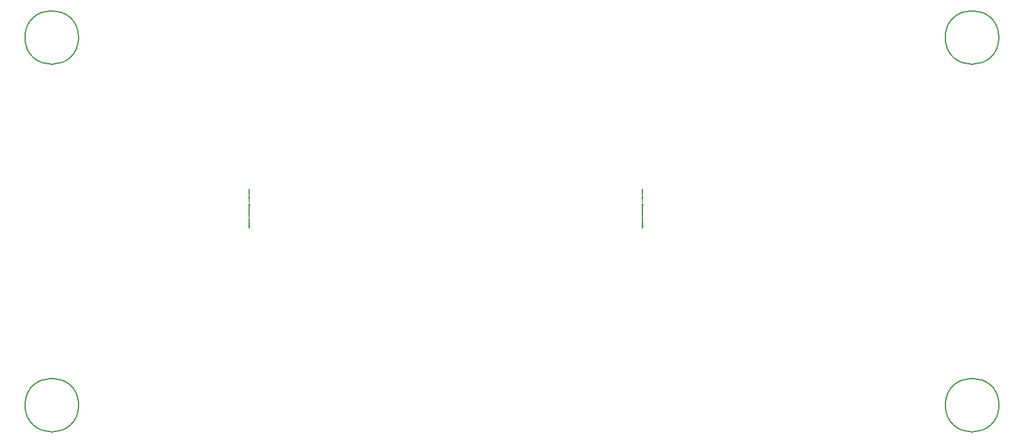
<source format=gbr>
G04 #@! TF.GenerationSoftware,KiCad,Pcbnew,(6.0.5)*
G04 #@! TF.CreationDate,2022-06-02T13:00:58-04:00*
G04 #@! TF.ProjectId,PB_16,50425f31-362e-46b6-9963-61645f706362,v5*
G04 #@! TF.SameCoordinates,Original*
G04 #@! TF.FileFunction,Other,Comment*
%FSLAX46Y46*%
G04 Gerber Fmt 4.6, Leading zero omitted, Abs format (unit mm)*
G04 Created by KiCad (PCBNEW (6.0.5)) date 2022-06-02 13:00:58*
%MOMM*%
%LPD*%
G01*
G04 APERTURE LIST*
%ADD10C,0.002000*%
%ADD11C,0.150000*%
G04 APERTURE END LIST*
D10*
X162607957Y-108334433D02*
X162614004Y-108340480D01*
X162620052Y-108358623D01*
X162620052Y-108370719D01*
X162614004Y-108388861D01*
X162601909Y-108400957D01*
X162589814Y-108407004D01*
X162565623Y-108413052D01*
X162547480Y-108413052D01*
X162523290Y-108407004D01*
X162511195Y-108400957D01*
X162499100Y-108388861D01*
X162493052Y-108370719D01*
X162493052Y-108358623D01*
X162499100Y-108340480D01*
X162505147Y-108334433D01*
X162620052Y-108261861D02*
X162614004Y-108273957D01*
X162607957Y-108280004D01*
X162595861Y-108286052D01*
X162559576Y-108286052D01*
X162547480Y-108280004D01*
X162541433Y-108273957D01*
X162535385Y-108261861D01*
X162535385Y-108243719D01*
X162541433Y-108231623D01*
X162547480Y-108225576D01*
X162559576Y-108219528D01*
X162595861Y-108219528D01*
X162607957Y-108225576D01*
X162614004Y-108231623D01*
X162620052Y-108243719D01*
X162620052Y-108261861D01*
X162535385Y-108165100D02*
X162662385Y-108165100D01*
X162541433Y-108165100D02*
X162535385Y-108153004D01*
X162535385Y-108128814D01*
X162541433Y-108116719D01*
X162547480Y-108110671D01*
X162559576Y-108104623D01*
X162595861Y-108104623D01*
X162607957Y-108110671D01*
X162614004Y-108116719D01*
X162620052Y-108128814D01*
X162620052Y-108153004D01*
X162614004Y-108165100D01*
X162535385Y-108062290D02*
X162620052Y-108032052D01*
X162535385Y-108001814D02*
X162620052Y-108032052D01*
X162650290Y-108044147D01*
X162656338Y-108050195D01*
X162662385Y-108062290D01*
X162620052Y-107953433D02*
X162535385Y-107953433D01*
X162559576Y-107953433D02*
X162547480Y-107947385D01*
X162541433Y-107941338D01*
X162535385Y-107929242D01*
X162535385Y-107917147D01*
X162620052Y-107874814D02*
X162535385Y-107874814D01*
X162493052Y-107874814D02*
X162499100Y-107880861D01*
X162505147Y-107874814D01*
X162499100Y-107868766D01*
X162493052Y-107874814D01*
X162505147Y-107874814D01*
X162535385Y-107759909D02*
X162638195Y-107759909D01*
X162650290Y-107765957D01*
X162656338Y-107772004D01*
X162662385Y-107784100D01*
X162662385Y-107802242D01*
X162656338Y-107814338D01*
X162614004Y-107759909D02*
X162620052Y-107772004D01*
X162620052Y-107796195D01*
X162614004Y-107808290D01*
X162607957Y-107814338D01*
X162595861Y-107820385D01*
X162559576Y-107820385D01*
X162547480Y-107814338D01*
X162541433Y-107808290D01*
X162535385Y-107796195D01*
X162535385Y-107772004D01*
X162541433Y-107759909D01*
X162620052Y-107699433D02*
X162493052Y-107699433D01*
X162620052Y-107645004D02*
X162553528Y-107645004D01*
X162541433Y-107651052D01*
X162535385Y-107663147D01*
X162535385Y-107681290D01*
X162541433Y-107693385D01*
X162547480Y-107699433D01*
X162535385Y-107602671D02*
X162535385Y-107554290D01*
X162493052Y-107584528D02*
X162601909Y-107584528D01*
X162614004Y-107578480D01*
X162620052Y-107566385D01*
X162620052Y-107554290D01*
X162505147Y-107421242D02*
X162499100Y-107415195D01*
X162493052Y-107403100D01*
X162493052Y-107372861D01*
X162499100Y-107360766D01*
X162505147Y-107354719D01*
X162517242Y-107348671D01*
X162529338Y-107348671D01*
X162547480Y-107354719D01*
X162620052Y-107427290D01*
X162620052Y-107348671D01*
X162493052Y-107270052D02*
X162493052Y-107257957D01*
X162499100Y-107245861D01*
X162505147Y-107239814D01*
X162517242Y-107233766D01*
X162541433Y-107227719D01*
X162571671Y-107227719D01*
X162595861Y-107233766D01*
X162607957Y-107239814D01*
X162614004Y-107245861D01*
X162620052Y-107257957D01*
X162620052Y-107270052D01*
X162614004Y-107282147D01*
X162607957Y-107288195D01*
X162595861Y-107294242D01*
X162571671Y-107300290D01*
X162541433Y-107300290D01*
X162517242Y-107294242D01*
X162505147Y-107288195D01*
X162499100Y-107282147D01*
X162493052Y-107270052D01*
X162620052Y-107106766D02*
X162620052Y-107179338D01*
X162620052Y-107143052D02*
X162493052Y-107143052D01*
X162511195Y-107155147D01*
X162523290Y-107167242D01*
X162529338Y-107179338D01*
X162493052Y-106997909D02*
X162493052Y-107022100D01*
X162499100Y-107034195D01*
X162505147Y-107040242D01*
X162523290Y-107052338D01*
X162547480Y-107058385D01*
X162595861Y-107058385D01*
X162607957Y-107052338D01*
X162614004Y-107046290D01*
X162620052Y-107034195D01*
X162620052Y-107010004D01*
X162614004Y-106997909D01*
X162607957Y-106991861D01*
X162595861Y-106985814D01*
X162565623Y-106985814D01*
X162553528Y-106991861D01*
X162547480Y-106997909D01*
X162541433Y-107010004D01*
X162541433Y-107034195D01*
X162547480Y-107046290D01*
X162553528Y-107052338D01*
X162565623Y-107058385D01*
X162583766Y-106840671D02*
X162583766Y-106780195D01*
X162620052Y-106852766D02*
X162493052Y-106810433D01*
X162620052Y-106768100D01*
X162614004Y-106671338D02*
X162620052Y-106683433D01*
X162620052Y-106707623D01*
X162614004Y-106719719D01*
X162607957Y-106725766D01*
X162595861Y-106731814D01*
X162559576Y-106731814D01*
X162547480Y-106725766D01*
X162541433Y-106719719D01*
X162535385Y-106707623D01*
X162535385Y-106683433D01*
X162541433Y-106671338D01*
X162614004Y-106562480D02*
X162620052Y-106574576D01*
X162620052Y-106598766D01*
X162614004Y-106610861D01*
X162607957Y-106616909D01*
X162595861Y-106622957D01*
X162559576Y-106622957D01*
X162547480Y-106616909D01*
X162541433Y-106610861D01*
X162535385Y-106598766D01*
X162535385Y-106574576D01*
X162541433Y-106562480D01*
X162614004Y-106459671D02*
X162620052Y-106471766D01*
X162620052Y-106495957D01*
X162614004Y-106508052D01*
X162601909Y-106514100D01*
X162553528Y-106514100D01*
X162541433Y-106508052D01*
X162535385Y-106495957D01*
X162535385Y-106471766D01*
X162541433Y-106459671D01*
X162553528Y-106453623D01*
X162565623Y-106453623D01*
X162577719Y-106514100D01*
X162620052Y-106381052D02*
X162614004Y-106393147D01*
X162601909Y-106399195D01*
X162493052Y-106399195D01*
X162614004Y-106284290D02*
X162620052Y-106296385D01*
X162620052Y-106320576D01*
X162614004Y-106332671D01*
X162601909Y-106338719D01*
X162553528Y-106338719D01*
X162541433Y-106332671D01*
X162535385Y-106320576D01*
X162535385Y-106296385D01*
X162541433Y-106284290D01*
X162553528Y-106278242D01*
X162565623Y-106278242D01*
X162577719Y-106338719D01*
X162620052Y-106223814D02*
X162535385Y-106223814D01*
X162559576Y-106223814D02*
X162547480Y-106217766D01*
X162541433Y-106211719D01*
X162535385Y-106199623D01*
X162535385Y-106187528D01*
X162620052Y-106090766D02*
X162553528Y-106090766D01*
X162541433Y-106096814D01*
X162535385Y-106108909D01*
X162535385Y-106133100D01*
X162541433Y-106145195D01*
X162614004Y-106090766D02*
X162620052Y-106102861D01*
X162620052Y-106133100D01*
X162614004Y-106145195D01*
X162601909Y-106151242D01*
X162589814Y-106151242D01*
X162577719Y-106145195D01*
X162571671Y-106133100D01*
X162571671Y-106102861D01*
X162565623Y-106090766D01*
X162535385Y-106048433D02*
X162535385Y-106000052D01*
X162493052Y-106030290D02*
X162601909Y-106030290D01*
X162614004Y-106024242D01*
X162620052Y-106012147D01*
X162620052Y-106000052D01*
X162614004Y-105909338D02*
X162620052Y-105921433D01*
X162620052Y-105945623D01*
X162614004Y-105957719D01*
X162601909Y-105963766D01*
X162553528Y-105963766D01*
X162541433Y-105957719D01*
X162535385Y-105945623D01*
X162535385Y-105921433D01*
X162541433Y-105909338D01*
X162553528Y-105903290D01*
X162565623Y-105903290D01*
X162577719Y-105963766D01*
X162620052Y-105794433D02*
X162493052Y-105794433D01*
X162614004Y-105794433D02*
X162620052Y-105806528D01*
X162620052Y-105830719D01*
X162614004Y-105842814D01*
X162607957Y-105848861D01*
X162595861Y-105854909D01*
X162559576Y-105854909D01*
X162547480Y-105848861D01*
X162541433Y-105842814D01*
X162535385Y-105830719D01*
X162535385Y-105806528D01*
X162541433Y-105794433D01*
X162620052Y-105637195D02*
X162493052Y-105637195D01*
X162493052Y-105606957D01*
X162499100Y-105588814D01*
X162511195Y-105576719D01*
X162523290Y-105570671D01*
X162547480Y-105564623D01*
X162565623Y-105564623D01*
X162589814Y-105570671D01*
X162601909Y-105576719D01*
X162614004Y-105588814D01*
X162620052Y-105606957D01*
X162620052Y-105637195D01*
X162614004Y-105461814D02*
X162620052Y-105473909D01*
X162620052Y-105498100D01*
X162614004Y-105510195D01*
X162601909Y-105516242D01*
X162553528Y-105516242D01*
X162541433Y-105510195D01*
X162535385Y-105498100D01*
X162535385Y-105473909D01*
X162541433Y-105461814D01*
X162553528Y-105455766D01*
X162565623Y-105455766D01*
X162577719Y-105516242D01*
X162614004Y-105407385D02*
X162620052Y-105395290D01*
X162620052Y-105371100D01*
X162614004Y-105359004D01*
X162601909Y-105352957D01*
X162595861Y-105352957D01*
X162583766Y-105359004D01*
X162577719Y-105371100D01*
X162577719Y-105389242D01*
X162571671Y-105401338D01*
X162559576Y-105407385D01*
X162553528Y-105407385D01*
X162541433Y-105401338D01*
X162535385Y-105389242D01*
X162535385Y-105371100D01*
X162541433Y-105359004D01*
X162620052Y-105298528D02*
X162535385Y-105298528D01*
X162493052Y-105298528D02*
X162499100Y-105304576D01*
X162505147Y-105298528D01*
X162499100Y-105292480D01*
X162493052Y-105298528D01*
X162505147Y-105298528D01*
X162535385Y-105183623D02*
X162638195Y-105183623D01*
X162650290Y-105189671D01*
X162656338Y-105195719D01*
X162662385Y-105207814D01*
X162662385Y-105225957D01*
X162656338Y-105238052D01*
X162614004Y-105183623D02*
X162620052Y-105195719D01*
X162620052Y-105219909D01*
X162614004Y-105232004D01*
X162607957Y-105238052D01*
X162595861Y-105244100D01*
X162559576Y-105244100D01*
X162547480Y-105238052D01*
X162541433Y-105232004D01*
X162535385Y-105219909D01*
X162535385Y-105195719D01*
X162541433Y-105183623D01*
X162535385Y-105123147D02*
X162620052Y-105123147D01*
X162547480Y-105123147D02*
X162541433Y-105117100D01*
X162535385Y-105105004D01*
X162535385Y-105086861D01*
X162541433Y-105074766D01*
X162553528Y-105068719D01*
X162620052Y-105068719D01*
X162614004Y-105014290D02*
X162620052Y-105002195D01*
X162620052Y-104978004D01*
X162614004Y-104965909D01*
X162601909Y-104959861D01*
X162595861Y-104959861D01*
X162583766Y-104965909D01*
X162577719Y-104978004D01*
X162577719Y-104996147D01*
X162571671Y-105008242D01*
X162559576Y-105014290D01*
X162553528Y-105014290D01*
X162541433Y-105008242D01*
X162535385Y-104996147D01*
X162535385Y-104978004D01*
X162541433Y-104965909D01*
X162607957Y-104905433D02*
X162614004Y-104899385D01*
X162620052Y-104905433D01*
X162614004Y-104911480D01*
X162607957Y-104905433D01*
X162620052Y-104905433D01*
X162583766Y-104754242D02*
X162583766Y-104693766D01*
X162620052Y-104766338D02*
X162493052Y-104724004D01*
X162620052Y-104681671D01*
X162620052Y-104621195D02*
X162614004Y-104633290D01*
X162601909Y-104639338D01*
X162493052Y-104639338D01*
X162620052Y-104554671D02*
X162614004Y-104566766D01*
X162601909Y-104572814D01*
X162493052Y-104572814D01*
X162620052Y-104409528D02*
X162535385Y-104409528D01*
X162559576Y-104409528D02*
X162547480Y-104403480D01*
X162541433Y-104397433D01*
X162535385Y-104385338D01*
X162535385Y-104373242D01*
X162620052Y-104330909D02*
X162535385Y-104330909D01*
X162493052Y-104330909D02*
X162499100Y-104336957D01*
X162505147Y-104330909D01*
X162499100Y-104324861D01*
X162493052Y-104330909D01*
X162505147Y-104330909D01*
X162535385Y-104216004D02*
X162638195Y-104216004D01*
X162650290Y-104222052D01*
X162656338Y-104228100D01*
X162662385Y-104240195D01*
X162662385Y-104258338D01*
X162656338Y-104270433D01*
X162614004Y-104216004D02*
X162620052Y-104228100D01*
X162620052Y-104252290D01*
X162614004Y-104264385D01*
X162607957Y-104270433D01*
X162595861Y-104276480D01*
X162559576Y-104276480D01*
X162547480Y-104270433D01*
X162541433Y-104264385D01*
X162535385Y-104252290D01*
X162535385Y-104228100D01*
X162541433Y-104216004D01*
X162620052Y-104155528D02*
X162493052Y-104155528D01*
X162620052Y-104101100D02*
X162553528Y-104101100D01*
X162541433Y-104107147D01*
X162535385Y-104119242D01*
X162535385Y-104137385D01*
X162541433Y-104149480D01*
X162547480Y-104155528D01*
X162535385Y-104058766D02*
X162535385Y-104010385D01*
X162493052Y-104040623D02*
X162601909Y-104040623D01*
X162614004Y-104034576D01*
X162620052Y-104022480D01*
X162620052Y-104010385D01*
X162614004Y-103974100D02*
X162620052Y-103962004D01*
X162620052Y-103937814D01*
X162614004Y-103925719D01*
X162601909Y-103919671D01*
X162595861Y-103919671D01*
X162583766Y-103925719D01*
X162577719Y-103937814D01*
X162577719Y-103955957D01*
X162571671Y-103968052D01*
X162559576Y-103974100D01*
X162553528Y-103974100D01*
X162541433Y-103968052D01*
X162535385Y-103955957D01*
X162535385Y-103937814D01*
X162541433Y-103925719D01*
X162620052Y-103768480D02*
X162535385Y-103768480D01*
X162559576Y-103768480D02*
X162547480Y-103762433D01*
X162541433Y-103756385D01*
X162535385Y-103744290D01*
X162535385Y-103732195D01*
X162614004Y-103641480D02*
X162620052Y-103653576D01*
X162620052Y-103677766D01*
X162614004Y-103689861D01*
X162601909Y-103695909D01*
X162553528Y-103695909D01*
X162541433Y-103689861D01*
X162535385Y-103677766D01*
X162535385Y-103653576D01*
X162541433Y-103641480D01*
X162553528Y-103635433D01*
X162565623Y-103635433D01*
X162577719Y-103695909D01*
X162614004Y-103587052D02*
X162620052Y-103574957D01*
X162620052Y-103550766D01*
X162614004Y-103538671D01*
X162601909Y-103532623D01*
X162595861Y-103532623D01*
X162583766Y-103538671D01*
X162577719Y-103550766D01*
X162577719Y-103568909D01*
X162571671Y-103581004D01*
X162559576Y-103587052D01*
X162553528Y-103587052D01*
X162541433Y-103581004D01*
X162535385Y-103568909D01*
X162535385Y-103550766D01*
X162541433Y-103538671D01*
X162614004Y-103429814D02*
X162620052Y-103441909D01*
X162620052Y-103466100D01*
X162614004Y-103478195D01*
X162601909Y-103484242D01*
X162553528Y-103484242D01*
X162541433Y-103478195D01*
X162535385Y-103466100D01*
X162535385Y-103441909D01*
X162541433Y-103429814D01*
X162553528Y-103423766D01*
X162565623Y-103423766D01*
X162577719Y-103484242D01*
X162620052Y-103369338D02*
X162535385Y-103369338D01*
X162559576Y-103369338D02*
X162547480Y-103363290D01*
X162541433Y-103357242D01*
X162535385Y-103345147D01*
X162535385Y-103333052D01*
X162535385Y-103302814D02*
X162620052Y-103272576D01*
X162535385Y-103242338D01*
X162614004Y-103145576D02*
X162620052Y-103157671D01*
X162620052Y-103181861D01*
X162614004Y-103193957D01*
X162601909Y-103200004D01*
X162553528Y-103200004D01*
X162541433Y-103193957D01*
X162535385Y-103181861D01*
X162535385Y-103157671D01*
X162541433Y-103145576D01*
X162553528Y-103139528D01*
X162565623Y-103139528D01*
X162577719Y-103200004D01*
X162620052Y-103030671D02*
X162493052Y-103030671D01*
X162614004Y-103030671D02*
X162620052Y-103042766D01*
X162620052Y-103066957D01*
X162614004Y-103079052D01*
X162607957Y-103085100D01*
X162595861Y-103091147D01*
X162559576Y-103091147D01*
X162547480Y-103085100D01*
X162541433Y-103079052D01*
X162535385Y-103066957D01*
X162535385Y-103042766D01*
X162541433Y-103030671D01*
X162607957Y-102970195D02*
X162614004Y-102964147D01*
X162620052Y-102970195D01*
X162614004Y-102976242D01*
X162607957Y-102970195D01*
X162620052Y-102970195D01*
X108357957Y-108334433D02*
X108364004Y-108340480D01*
X108370052Y-108358623D01*
X108370052Y-108370719D01*
X108364004Y-108388861D01*
X108351909Y-108400957D01*
X108339814Y-108407004D01*
X108315623Y-108413052D01*
X108297480Y-108413052D01*
X108273290Y-108407004D01*
X108261195Y-108400957D01*
X108249100Y-108388861D01*
X108243052Y-108370719D01*
X108243052Y-108358623D01*
X108249100Y-108340480D01*
X108255147Y-108334433D01*
X108370052Y-108261861D02*
X108364004Y-108273957D01*
X108357957Y-108280004D01*
X108345861Y-108286052D01*
X108309576Y-108286052D01*
X108297480Y-108280004D01*
X108291433Y-108273957D01*
X108285385Y-108261861D01*
X108285385Y-108243719D01*
X108291433Y-108231623D01*
X108297480Y-108225576D01*
X108309576Y-108219528D01*
X108345861Y-108219528D01*
X108357957Y-108225576D01*
X108364004Y-108231623D01*
X108370052Y-108243719D01*
X108370052Y-108261861D01*
X108285385Y-108165100D02*
X108412385Y-108165100D01*
X108291433Y-108165100D02*
X108285385Y-108153004D01*
X108285385Y-108128814D01*
X108291433Y-108116719D01*
X108297480Y-108110671D01*
X108309576Y-108104623D01*
X108345861Y-108104623D01*
X108357957Y-108110671D01*
X108364004Y-108116719D01*
X108370052Y-108128814D01*
X108370052Y-108153004D01*
X108364004Y-108165100D01*
X108285385Y-108062290D02*
X108370052Y-108032052D01*
X108285385Y-108001814D02*
X108370052Y-108032052D01*
X108400290Y-108044147D01*
X108406338Y-108050195D01*
X108412385Y-108062290D01*
X108370052Y-107953433D02*
X108285385Y-107953433D01*
X108309576Y-107953433D02*
X108297480Y-107947385D01*
X108291433Y-107941338D01*
X108285385Y-107929242D01*
X108285385Y-107917147D01*
X108370052Y-107874814D02*
X108285385Y-107874814D01*
X108243052Y-107874814D02*
X108249100Y-107880861D01*
X108255147Y-107874814D01*
X108249100Y-107868766D01*
X108243052Y-107874814D01*
X108255147Y-107874814D01*
X108285385Y-107759909D02*
X108388195Y-107759909D01*
X108400290Y-107765957D01*
X108406338Y-107772004D01*
X108412385Y-107784100D01*
X108412385Y-107802242D01*
X108406338Y-107814338D01*
X108364004Y-107759909D02*
X108370052Y-107772004D01*
X108370052Y-107796195D01*
X108364004Y-107808290D01*
X108357957Y-107814338D01*
X108345861Y-107820385D01*
X108309576Y-107820385D01*
X108297480Y-107814338D01*
X108291433Y-107808290D01*
X108285385Y-107796195D01*
X108285385Y-107772004D01*
X108291433Y-107759909D01*
X108370052Y-107699433D02*
X108243052Y-107699433D01*
X108370052Y-107645004D02*
X108303528Y-107645004D01*
X108291433Y-107651052D01*
X108285385Y-107663147D01*
X108285385Y-107681290D01*
X108291433Y-107693385D01*
X108297480Y-107699433D01*
X108285385Y-107602671D02*
X108285385Y-107554290D01*
X108243052Y-107584528D02*
X108351909Y-107584528D01*
X108364004Y-107578480D01*
X108370052Y-107566385D01*
X108370052Y-107554290D01*
X108255147Y-107421242D02*
X108249100Y-107415195D01*
X108243052Y-107403100D01*
X108243052Y-107372861D01*
X108249100Y-107360766D01*
X108255147Y-107354719D01*
X108267242Y-107348671D01*
X108279338Y-107348671D01*
X108297480Y-107354719D01*
X108370052Y-107427290D01*
X108370052Y-107348671D01*
X108243052Y-107270052D02*
X108243052Y-107257957D01*
X108249100Y-107245861D01*
X108255147Y-107239814D01*
X108267242Y-107233766D01*
X108291433Y-107227719D01*
X108321671Y-107227719D01*
X108345861Y-107233766D01*
X108357957Y-107239814D01*
X108364004Y-107245861D01*
X108370052Y-107257957D01*
X108370052Y-107270052D01*
X108364004Y-107282147D01*
X108357957Y-107288195D01*
X108345861Y-107294242D01*
X108321671Y-107300290D01*
X108291433Y-107300290D01*
X108267242Y-107294242D01*
X108255147Y-107288195D01*
X108249100Y-107282147D01*
X108243052Y-107270052D01*
X108370052Y-107106766D02*
X108370052Y-107179338D01*
X108370052Y-107143052D02*
X108243052Y-107143052D01*
X108261195Y-107155147D01*
X108273290Y-107167242D01*
X108279338Y-107179338D01*
X108243052Y-106997909D02*
X108243052Y-107022100D01*
X108249100Y-107034195D01*
X108255147Y-107040242D01*
X108273290Y-107052338D01*
X108297480Y-107058385D01*
X108345861Y-107058385D01*
X108357957Y-107052338D01*
X108364004Y-107046290D01*
X108370052Y-107034195D01*
X108370052Y-107010004D01*
X108364004Y-106997909D01*
X108357957Y-106991861D01*
X108345861Y-106985814D01*
X108315623Y-106985814D01*
X108303528Y-106991861D01*
X108297480Y-106997909D01*
X108291433Y-107010004D01*
X108291433Y-107034195D01*
X108297480Y-107046290D01*
X108303528Y-107052338D01*
X108315623Y-107058385D01*
X108333766Y-106840671D02*
X108333766Y-106780195D01*
X108370052Y-106852766D02*
X108243052Y-106810433D01*
X108370052Y-106768100D01*
X108364004Y-106671338D02*
X108370052Y-106683433D01*
X108370052Y-106707623D01*
X108364004Y-106719719D01*
X108357957Y-106725766D01*
X108345861Y-106731814D01*
X108309576Y-106731814D01*
X108297480Y-106725766D01*
X108291433Y-106719719D01*
X108285385Y-106707623D01*
X108285385Y-106683433D01*
X108291433Y-106671338D01*
X108364004Y-106562480D02*
X108370052Y-106574576D01*
X108370052Y-106598766D01*
X108364004Y-106610861D01*
X108357957Y-106616909D01*
X108345861Y-106622957D01*
X108309576Y-106622957D01*
X108297480Y-106616909D01*
X108291433Y-106610861D01*
X108285385Y-106598766D01*
X108285385Y-106574576D01*
X108291433Y-106562480D01*
X108364004Y-106459671D02*
X108370052Y-106471766D01*
X108370052Y-106495957D01*
X108364004Y-106508052D01*
X108351909Y-106514100D01*
X108303528Y-106514100D01*
X108291433Y-106508052D01*
X108285385Y-106495957D01*
X108285385Y-106471766D01*
X108291433Y-106459671D01*
X108303528Y-106453623D01*
X108315623Y-106453623D01*
X108327719Y-106514100D01*
X108370052Y-106381052D02*
X108364004Y-106393147D01*
X108351909Y-106399195D01*
X108243052Y-106399195D01*
X108364004Y-106284290D02*
X108370052Y-106296385D01*
X108370052Y-106320576D01*
X108364004Y-106332671D01*
X108351909Y-106338719D01*
X108303528Y-106338719D01*
X108291433Y-106332671D01*
X108285385Y-106320576D01*
X108285385Y-106296385D01*
X108291433Y-106284290D01*
X108303528Y-106278242D01*
X108315623Y-106278242D01*
X108327719Y-106338719D01*
X108370052Y-106223814D02*
X108285385Y-106223814D01*
X108309576Y-106223814D02*
X108297480Y-106217766D01*
X108291433Y-106211719D01*
X108285385Y-106199623D01*
X108285385Y-106187528D01*
X108370052Y-106090766D02*
X108303528Y-106090766D01*
X108291433Y-106096814D01*
X108285385Y-106108909D01*
X108285385Y-106133100D01*
X108291433Y-106145195D01*
X108364004Y-106090766D02*
X108370052Y-106102861D01*
X108370052Y-106133100D01*
X108364004Y-106145195D01*
X108351909Y-106151242D01*
X108339814Y-106151242D01*
X108327719Y-106145195D01*
X108321671Y-106133100D01*
X108321671Y-106102861D01*
X108315623Y-106090766D01*
X108285385Y-106048433D02*
X108285385Y-106000052D01*
X108243052Y-106030290D02*
X108351909Y-106030290D01*
X108364004Y-106024242D01*
X108370052Y-106012147D01*
X108370052Y-106000052D01*
X108364004Y-105909338D02*
X108370052Y-105921433D01*
X108370052Y-105945623D01*
X108364004Y-105957719D01*
X108351909Y-105963766D01*
X108303528Y-105963766D01*
X108291433Y-105957719D01*
X108285385Y-105945623D01*
X108285385Y-105921433D01*
X108291433Y-105909338D01*
X108303528Y-105903290D01*
X108315623Y-105903290D01*
X108327719Y-105963766D01*
X108370052Y-105794433D02*
X108243052Y-105794433D01*
X108364004Y-105794433D02*
X108370052Y-105806528D01*
X108370052Y-105830719D01*
X108364004Y-105842814D01*
X108357957Y-105848861D01*
X108345861Y-105854909D01*
X108309576Y-105854909D01*
X108297480Y-105848861D01*
X108291433Y-105842814D01*
X108285385Y-105830719D01*
X108285385Y-105806528D01*
X108291433Y-105794433D01*
X108370052Y-105637195D02*
X108243052Y-105637195D01*
X108243052Y-105606957D01*
X108249100Y-105588814D01*
X108261195Y-105576719D01*
X108273290Y-105570671D01*
X108297480Y-105564623D01*
X108315623Y-105564623D01*
X108339814Y-105570671D01*
X108351909Y-105576719D01*
X108364004Y-105588814D01*
X108370052Y-105606957D01*
X108370052Y-105637195D01*
X108364004Y-105461814D02*
X108370052Y-105473909D01*
X108370052Y-105498100D01*
X108364004Y-105510195D01*
X108351909Y-105516242D01*
X108303528Y-105516242D01*
X108291433Y-105510195D01*
X108285385Y-105498100D01*
X108285385Y-105473909D01*
X108291433Y-105461814D01*
X108303528Y-105455766D01*
X108315623Y-105455766D01*
X108327719Y-105516242D01*
X108364004Y-105407385D02*
X108370052Y-105395290D01*
X108370052Y-105371100D01*
X108364004Y-105359004D01*
X108351909Y-105352957D01*
X108345861Y-105352957D01*
X108333766Y-105359004D01*
X108327719Y-105371100D01*
X108327719Y-105389242D01*
X108321671Y-105401338D01*
X108309576Y-105407385D01*
X108303528Y-105407385D01*
X108291433Y-105401338D01*
X108285385Y-105389242D01*
X108285385Y-105371100D01*
X108291433Y-105359004D01*
X108370052Y-105298528D02*
X108285385Y-105298528D01*
X108243052Y-105298528D02*
X108249100Y-105304576D01*
X108255147Y-105298528D01*
X108249100Y-105292480D01*
X108243052Y-105298528D01*
X108255147Y-105298528D01*
X108285385Y-105183623D02*
X108388195Y-105183623D01*
X108400290Y-105189671D01*
X108406338Y-105195719D01*
X108412385Y-105207814D01*
X108412385Y-105225957D01*
X108406338Y-105238052D01*
X108364004Y-105183623D02*
X108370052Y-105195719D01*
X108370052Y-105219909D01*
X108364004Y-105232004D01*
X108357957Y-105238052D01*
X108345861Y-105244100D01*
X108309576Y-105244100D01*
X108297480Y-105238052D01*
X108291433Y-105232004D01*
X108285385Y-105219909D01*
X108285385Y-105195719D01*
X108291433Y-105183623D01*
X108285385Y-105123147D02*
X108370052Y-105123147D01*
X108297480Y-105123147D02*
X108291433Y-105117100D01*
X108285385Y-105105004D01*
X108285385Y-105086861D01*
X108291433Y-105074766D01*
X108303528Y-105068719D01*
X108370052Y-105068719D01*
X108364004Y-105014290D02*
X108370052Y-105002195D01*
X108370052Y-104978004D01*
X108364004Y-104965909D01*
X108351909Y-104959861D01*
X108345861Y-104959861D01*
X108333766Y-104965909D01*
X108327719Y-104978004D01*
X108327719Y-104996147D01*
X108321671Y-105008242D01*
X108309576Y-105014290D01*
X108303528Y-105014290D01*
X108291433Y-105008242D01*
X108285385Y-104996147D01*
X108285385Y-104978004D01*
X108291433Y-104965909D01*
X108357957Y-104905433D02*
X108364004Y-104899385D01*
X108370052Y-104905433D01*
X108364004Y-104911480D01*
X108357957Y-104905433D01*
X108370052Y-104905433D01*
X108333766Y-104754242D02*
X108333766Y-104693766D01*
X108370052Y-104766338D02*
X108243052Y-104724004D01*
X108370052Y-104681671D01*
X108370052Y-104621195D02*
X108364004Y-104633290D01*
X108351909Y-104639338D01*
X108243052Y-104639338D01*
X108370052Y-104554671D02*
X108364004Y-104566766D01*
X108351909Y-104572814D01*
X108243052Y-104572814D01*
X108370052Y-104409528D02*
X108285385Y-104409528D01*
X108309576Y-104409528D02*
X108297480Y-104403480D01*
X108291433Y-104397433D01*
X108285385Y-104385338D01*
X108285385Y-104373242D01*
X108370052Y-104330909D02*
X108285385Y-104330909D01*
X108243052Y-104330909D02*
X108249100Y-104336957D01*
X108255147Y-104330909D01*
X108249100Y-104324861D01*
X108243052Y-104330909D01*
X108255147Y-104330909D01*
X108285385Y-104216004D02*
X108388195Y-104216004D01*
X108400290Y-104222052D01*
X108406338Y-104228100D01*
X108412385Y-104240195D01*
X108412385Y-104258338D01*
X108406338Y-104270433D01*
X108364004Y-104216004D02*
X108370052Y-104228100D01*
X108370052Y-104252290D01*
X108364004Y-104264385D01*
X108357957Y-104270433D01*
X108345861Y-104276480D01*
X108309576Y-104276480D01*
X108297480Y-104270433D01*
X108291433Y-104264385D01*
X108285385Y-104252290D01*
X108285385Y-104228100D01*
X108291433Y-104216004D01*
X108370052Y-104155528D02*
X108243052Y-104155528D01*
X108370052Y-104101100D02*
X108303528Y-104101100D01*
X108291433Y-104107147D01*
X108285385Y-104119242D01*
X108285385Y-104137385D01*
X108291433Y-104149480D01*
X108297480Y-104155528D01*
X108285385Y-104058766D02*
X108285385Y-104010385D01*
X108243052Y-104040623D02*
X108351909Y-104040623D01*
X108364004Y-104034576D01*
X108370052Y-104022480D01*
X108370052Y-104010385D01*
X108364004Y-103974100D02*
X108370052Y-103962004D01*
X108370052Y-103937814D01*
X108364004Y-103925719D01*
X108351909Y-103919671D01*
X108345861Y-103919671D01*
X108333766Y-103925719D01*
X108327719Y-103937814D01*
X108327719Y-103955957D01*
X108321671Y-103968052D01*
X108309576Y-103974100D01*
X108303528Y-103974100D01*
X108291433Y-103968052D01*
X108285385Y-103955957D01*
X108285385Y-103937814D01*
X108291433Y-103925719D01*
X108370052Y-103768480D02*
X108285385Y-103768480D01*
X108309576Y-103768480D02*
X108297480Y-103762433D01*
X108291433Y-103756385D01*
X108285385Y-103744290D01*
X108285385Y-103732195D01*
X108364004Y-103641480D02*
X108370052Y-103653576D01*
X108370052Y-103677766D01*
X108364004Y-103689861D01*
X108351909Y-103695909D01*
X108303528Y-103695909D01*
X108291433Y-103689861D01*
X108285385Y-103677766D01*
X108285385Y-103653576D01*
X108291433Y-103641480D01*
X108303528Y-103635433D01*
X108315623Y-103635433D01*
X108327719Y-103695909D01*
X108364004Y-103587052D02*
X108370052Y-103574957D01*
X108370052Y-103550766D01*
X108364004Y-103538671D01*
X108351909Y-103532623D01*
X108345861Y-103532623D01*
X108333766Y-103538671D01*
X108327719Y-103550766D01*
X108327719Y-103568909D01*
X108321671Y-103581004D01*
X108309576Y-103587052D01*
X108303528Y-103587052D01*
X108291433Y-103581004D01*
X108285385Y-103568909D01*
X108285385Y-103550766D01*
X108291433Y-103538671D01*
X108364004Y-103429814D02*
X108370052Y-103441909D01*
X108370052Y-103466100D01*
X108364004Y-103478195D01*
X108351909Y-103484242D01*
X108303528Y-103484242D01*
X108291433Y-103478195D01*
X108285385Y-103466100D01*
X108285385Y-103441909D01*
X108291433Y-103429814D01*
X108303528Y-103423766D01*
X108315623Y-103423766D01*
X108327719Y-103484242D01*
X108370052Y-103369338D02*
X108285385Y-103369338D01*
X108309576Y-103369338D02*
X108297480Y-103363290D01*
X108291433Y-103357242D01*
X108285385Y-103345147D01*
X108285385Y-103333052D01*
X108285385Y-103302814D02*
X108370052Y-103272576D01*
X108285385Y-103242338D01*
X108364004Y-103145576D02*
X108370052Y-103157671D01*
X108370052Y-103181861D01*
X108364004Y-103193957D01*
X108351909Y-103200004D01*
X108303528Y-103200004D01*
X108291433Y-103193957D01*
X108285385Y-103181861D01*
X108285385Y-103157671D01*
X108291433Y-103145576D01*
X108303528Y-103139528D01*
X108315623Y-103139528D01*
X108327719Y-103200004D01*
X108370052Y-103030671D02*
X108243052Y-103030671D01*
X108364004Y-103030671D02*
X108370052Y-103042766D01*
X108370052Y-103066957D01*
X108364004Y-103079052D01*
X108357957Y-103085100D01*
X108345861Y-103091147D01*
X108309576Y-103091147D01*
X108297480Y-103085100D01*
X108291433Y-103079052D01*
X108285385Y-103066957D01*
X108285385Y-103042766D01*
X108291433Y-103030671D01*
X108357957Y-102970195D02*
X108364004Y-102964147D01*
X108370052Y-102970195D01*
X108364004Y-102976242D01*
X108357957Y-102970195D01*
X108370052Y-102970195D01*
D11*
X84813000Y-82066600D02*
G75*
G03*
X84813000Y-82066600I-3700000J0D01*
G01*
X211813000Y-82066600D02*
G75*
G03*
X211813000Y-82066600I-3700000J0D01*
G01*
X211827600Y-132866600D02*
G75*
G03*
X211827600Y-132866600I-3700000J0D01*
G01*
X84827600Y-132866600D02*
G75*
G03*
X84827600Y-132866600I-3700000J0D01*
G01*
M02*

</source>
